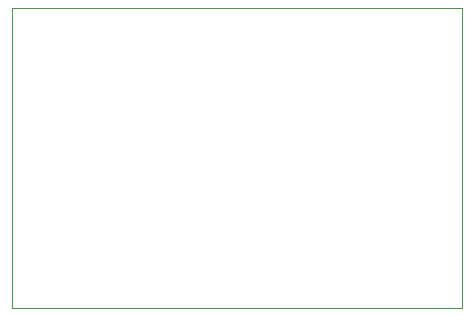
<source format=gbr>
G04 #@! TF.FileFunction,Profile,NP*
%FSLAX46Y46*%
G04 Gerber Fmt 4.6, Leading zero omitted, Abs format (unit mm)*
G04 Created by KiCad (PCBNEW (after 2015-mar-04 BZR unknown)-product) date 6/20/2015 5:15:52 PM*
%MOMM*%
G01*
G04 APERTURE LIST*
%ADD10C,0.150000*%
%ADD11C,0.100000*%
G04 APERTURE END LIST*
D10*
D11*
X83100000Y-30000000D02*
X83100000Y-55400000D01*
X45000000Y-55400000D02*
X45000000Y-30000000D01*
X83100000Y-55400000D02*
X45000000Y-55400000D01*
X45000000Y-30000000D02*
X83100000Y-30000000D01*
M02*

</source>
